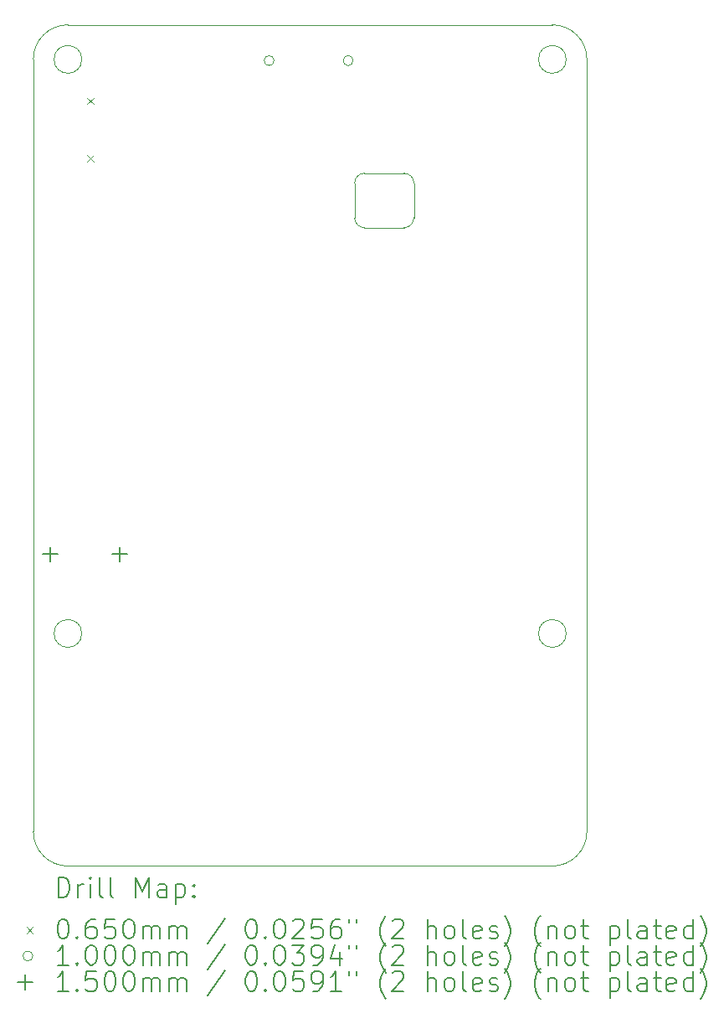
<source format=gbr>
%TF.GenerationSoftware,KiCad,Pcbnew,6.0.11-2627ca5db0~126~ubuntu20.04.1*%
%TF.CreationDate,2024-04-17T12:53:07+05:00*%
%TF.ProjectId,16RPI24,31365250-4932-4342-9e6b-696361645f70,rev?*%
%TF.SameCoordinates,Original*%
%TF.FileFunction,Drillmap*%
%TF.FilePolarity,Positive*%
%FSLAX45Y45*%
G04 Gerber Fmt 4.5, Leading zero omitted, Abs format (unit mm)*
G04 Created by KiCad (PCBNEW 6.0.11-2627ca5db0~126~ubuntu20.04.1) date 2024-04-17 12:53:07*
%MOMM*%
%LPD*%
G01*
G04 APERTURE LIST*
%ADD10C,0.100000*%
%ADD11C,0.200000*%
%ADD12C,0.065000*%
%ADD13C,0.150000*%
G04 APERTURE END LIST*
D10*
X2900000Y-2900000D02*
G75*
G03*
X2550000Y-3250000I0J-350000D01*
G01*
X5900000Y-4400000D02*
G75*
G03*
X5800000Y-4500000I0J-100000D01*
G01*
X2550000Y-11050000D02*
X2550000Y-3250000D01*
X3040000Y-9050000D02*
G75*
G03*
X3040000Y-9050000I-140000J0D01*
G01*
X2550000Y-11050000D02*
G75*
G03*
X2900000Y-11400000I350000J0D01*
G01*
X6400000Y-4500000D02*
G75*
G03*
X6300000Y-4400000I-100000J0D01*
G01*
X8150000Y-3250000D02*
G75*
G03*
X7800000Y-2900000I-350000J0D01*
G01*
X3040000Y-3250000D02*
G75*
G03*
X3040000Y-3250000I-140000J0D01*
G01*
X5800000Y-4850000D02*
G75*
G03*
X5900000Y-4950000I100000J0D01*
G01*
X6400000Y-4850000D02*
X6400000Y-4500000D01*
X7800000Y-11400000D02*
G75*
G03*
X8150000Y-11050000I0J350000D01*
G01*
X5900000Y-4950000D02*
X6300000Y-4950000D01*
X5800000Y-4500000D02*
X5800000Y-4850000D01*
X6300000Y-4400000D02*
X5900000Y-4400000D01*
X6300000Y-4950000D02*
G75*
G03*
X6400000Y-4850000I0J100000D01*
G01*
X7800000Y-11400000D02*
X2900000Y-11400000D01*
X2900000Y-2900000D02*
X7800000Y-2900000D01*
X7940000Y-3250000D02*
G75*
G03*
X7940000Y-3250000I-140000J0D01*
G01*
X7940000Y-9050000D02*
G75*
G03*
X7940000Y-9050000I-140000J0D01*
G01*
X8150000Y-3250000D02*
X8150000Y-11050000D01*
D11*
D12*
X3094000Y-3638500D02*
X3159000Y-3703500D01*
X3159000Y-3638500D02*
X3094000Y-3703500D01*
X3094000Y-4216500D02*
X3159000Y-4281500D01*
X3159000Y-4216500D02*
X3094000Y-4281500D01*
D10*
X4984695Y-3262208D02*
G75*
G03*
X4984695Y-3262208I-50000J0D01*
G01*
X5784695Y-3262208D02*
G75*
G03*
X5784695Y-3262208I-50000J0D01*
G01*
D13*
X2722500Y-8175000D02*
X2722500Y-8325000D01*
X2647500Y-8250000D02*
X2797500Y-8250000D01*
X3422500Y-8175000D02*
X3422500Y-8325000D01*
X3347500Y-8250000D02*
X3497500Y-8250000D01*
D11*
X2802619Y-11715476D02*
X2802619Y-11515476D01*
X2850238Y-11515476D01*
X2878809Y-11525000D01*
X2897857Y-11544048D01*
X2907381Y-11563095D01*
X2916905Y-11601190D01*
X2916905Y-11629762D01*
X2907381Y-11667857D01*
X2897857Y-11686905D01*
X2878809Y-11705952D01*
X2850238Y-11715476D01*
X2802619Y-11715476D01*
X3002619Y-11715476D02*
X3002619Y-11582143D01*
X3002619Y-11620238D02*
X3012143Y-11601190D01*
X3021667Y-11591667D01*
X3040714Y-11582143D01*
X3059762Y-11582143D01*
X3126428Y-11715476D02*
X3126428Y-11582143D01*
X3126428Y-11515476D02*
X3116905Y-11525000D01*
X3126428Y-11534524D01*
X3135952Y-11525000D01*
X3126428Y-11515476D01*
X3126428Y-11534524D01*
X3250238Y-11715476D02*
X3231190Y-11705952D01*
X3221667Y-11686905D01*
X3221667Y-11515476D01*
X3355000Y-11715476D02*
X3335952Y-11705952D01*
X3326428Y-11686905D01*
X3326428Y-11515476D01*
X3583571Y-11715476D02*
X3583571Y-11515476D01*
X3650238Y-11658333D01*
X3716905Y-11515476D01*
X3716905Y-11715476D01*
X3897857Y-11715476D02*
X3897857Y-11610714D01*
X3888333Y-11591667D01*
X3869286Y-11582143D01*
X3831190Y-11582143D01*
X3812143Y-11591667D01*
X3897857Y-11705952D02*
X3878809Y-11715476D01*
X3831190Y-11715476D01*
X3812143Y-11705952D01*
X3802619Y-11686905D01*
X3802619Y-11667857D01*
X3812143Y-11648809D01*
X3831190Y-11639286D01*
X3878809Y-11639286D01*
X3897857Y-11629762D01*
X3993095Y-11582143D02*
X3993095Y-11782143D01*
X3993095Y-11591667D02*
X4012143Y-11582143D01*
X4050238Y-11582143D01*
X4069286Y-11591667D01*
X4078809Y-11601190D01*
X4088333Y-11620238D01*
X4088333Y-11677381D01*
X4078809Y-11696428D01*
X4069286Y-11705952D01*
X4050238Y-11715476D01*
X4012143Y-11715476D01*
X3993095Y-11705952D01*
X4174048Y-11696428D02*
X4183571Y-11705952D01*
X4174048Y-11715476D01*
X4164524Y-11705952D01*
X4174048Y-11696428D01*
X4174048Y-11715476D01*
X4174048Y-11591667D02*
X4183571Y-11601190D01*
X4174048Y-11610714D01*
X4164524Y-11601190D01*
X4174048Y-11591667D01*
X4174048Y-11610714D01*
D12*
X2480000Y-12012500D02*
X2545000Y-12077500D01*
X2545000Y-12012500D02*
X2480000Y-12077500D01*
D11*
X2840714Y-11935476D02*
X2859762Y-11935476D01*
X2878809Y-11945000D01*
X2888333Y-11954524D01*
X2897857Y-11973571D01*
X2907381Y-12011667D01*
X2907381Y-12059286D01*
X2897857Y-12097381D01*
X2888333Y-12116428D01*
X2878809Y-12125952D01*
X2859762Y-12135476D01*
X2840714Y-12135476D01*
X2821667Y-12125952D01*
X2812143Y-12116428D01*
X2802619Y-12097381D01*
X2793095Y-12059286D01*
X2793095Y-12011667D01*
X2802619Y-11973571D01*
X2812143Y-11954524D01*
X2821667Y-11945000D01*
X2840714Y-11935476D01*
X2993095Y-12116428D02*
X3002619Y-12125952D01*
X2993095Y-12135476D01*
X2983571Y-12125952D01*
X2993095Y-12116428D01*
X2993095Y-12135476D01*
X3174048Y-11935476D02*
X3135952Y-11935476D01*
X3116905Y-11945000D01*
X3107381Y-11954524D01*
X3088333Y-11983095D01*
X3078809Y-12021190D01*
X3078809Y-12097381D01*
X3088333Y-12116428D01*
X3097857Y-12125952D01*
X3116905Y-12135476D01*
X3155000Y-12135476D01*
X3174048Y-12125952D01*
X3183571Y-12116428D01*
X3193095Y-12097381D01*
X3193095Y-12049762D01*
X3183571Y-12030714D01*
X3174048Y-12021190D01*
X3155000Y-12011667D01*
X3116905Y-12011667D01*
X3097857Y-12021190D01*
X3088333Y-12030714D01*
X3078809Y-12049762D01*
X3374048Y-11935476D02*
X3278809Y-11935476D01*
X3269286Y-12030714D01*
X3278809Y-12021190D01*
X3297857Y-12011667D01*
X3345476Y-12011667D01*
X3364524Y-12021190D01*
X3374048Y-12030714D01*
X3383571Y-12049762D01*
X3383571Y-12097381D01*
X3374048Y-12116428D01*
X3364524Y-12125952D01*
X3345476Y-12135476D01*
X3297857Y-12135476D01*
X3278809Y-12125952D01*
X3269286Y-12116428D01*
X3507381Y-11935476D02*
X3526428Y-11935476D01*
X3545476Y-11945000D01*
X3555000Y-11954524D01*
X3564524Y-11973571D01*
X3574048Y-12011667D01*
X3574048Y-12059286D01*
X3564524Y-12097381D01*
X3555000Y-12116428D01*
X3545476Y-12125952D01*
X3526428Y-12135476D01*
X3507381Y-12135476D01*
X3488333Y-12125952D01*
X3478809Y-12116428D01*
X3469286Y-12097381D01*
X3459762Y-12059286D01*
X3459762Y-12011667D01*
X3469286Y-11973571D01*
X3478809Y-11954524D01*
X3488333Y-11945000D01*
X3507381Y-11935476D01*
X3659762Y-12135476D02*
X3659762Y-12002143D01*
X3659762Y-12021190D02*
X3669286Y-12011667D01*
X3688333Y-12002143D01*
X3716905Y-12002143D01*
X3735952Y-12011667D01*
X3745476Y-12030714D01*
X3745476Y-12135476D01*
X3745476Y-12030714D02*
X3755000Y-12011667D01*
X3774048Y-12002143D01*
X3802619Y-12002143D01*
X3821667Y-12011667D01*
X3831190Y-12030714D01*
X3831190Y-12135476D01*
X3926428Y-12135476D02*
X3926428Y-12002143D01*
X3926428Y-12021190D02*
X3935952Y-12011667D01*
X3955000Y-12002143D01*
X3983571Y-12002143D01*
X4002619Y-12011667D01*
X4012143Y-12030714D01*
X4012143Y-12135476D01*
X4012143Y-12030714D02*
X4021667Y-12011667D01*
X4040714Y-12002143D01*
X4069286Y-12002143D01*
X4088333Y-12011667D01*
X4097857Y-12030714D01*
X4097857Y-12135476D01*
X4488333Y-11925952D02*
X4316905Y-12183095D01*
X4745476Y-11935476D02*
X4764524Y-11935476D01*
X4783571Y-11945000D01*
X4793095Y-11954524D01*
X4802619Y-11973571D01*
X4812143Y-12011667D01*
X4812143Y-12059286D01*
X4802619Y-12097381D01*
X4793095Y-12116428D01*
X4783571Y-12125952D01*
X4764524Y-12135476D01*
X4745476Y-12135476D01*
X4726429Y-12125952D01*
X4716905Y-12116428D01*
X4707381Y-12097381D01*
X4697857Y-12059286D01*
X4697857Y-12011667D01*
X4707381Y-11973571D01*
X4716905Y-11954524D01*
X4726429Y-11945000D01*
X4745476Y-11935476D01*
X4897857Y-12116428D02*
X4907381Y-12125952D01*
X4897857Y-12135476D01*
X4888333Y-12125952D01*
X4897857Y-12116428D01*
X4897857Y-12135476D01*
X5031190Y-11935476D02*
X5050238Y-11935476D01*
X5069286Y-11945000D01*
X5078810Y-11954524D01*
X5088333Y-11973571D01*
X5097857Y-12011667D01*
X5097857Y-12059286D01*
X5088333Y-12097381D01*
X5078810Y-12116428D01*
X5069286Y-12125952D01*
X5050238Y-12135476D01*
X5031190Y-12135476D01*
X5012143Y-12125952D01*
X5002619Y-12116428D01*
X4993095Y-12097381D01*
X4983571Y-12059286D01*
X4983571Y-12011667D01*
X4993095Y-11973571D01*
X5002619Y-11954524D01*
X5012143Y-11945000D01*
X5031190Y-11935476D01*
X5174048Y-11954524D02*
X5183571Y-11945000D01*
X5202619Y-11935476D01*
X5250238Y-11935476D01*
X5269286Y-11945000D01*
X5278810Y-11954524D01*
X5288333Y-11973571D01*
X5288333Y-11992619D01*
X5278810Y-12021190D01*
X5164524Y-12135476D01*
X5288333Y-12135476D01*
X5469286Y-11935476D02*
X5374048Y-11935476D01*
X5364524Y-12030714D01*
X5374048Y-12021190D01*
X5393095Y-12011667D01*
X5440714Y-12011667D01*
X5459762Y-12021190D01*
X5469286Y-12030714D01*
X5478810Y-12049762D01*
X5478810Y-12097381D01*
X5469286Y-12116428D01*
X5459762Y-12125952D01*
X5440714Y-12135476D01*
X5393095Y-12135476D01*
X5374048Y-12125952D01*
X5364524Y-12116428D01*
X5650238Y-11935476D02*
X5612143Y-11935476D01*
X5593095Y-11945000D01*
X5583571Y-11954524D01*
X5564524Y-11983095D01*
X5555000Y-12021190D01*
X5555000Y-12097381D01*
X5564524Y-12116428D01*
X5574048Y-12125952D01*
X5593095Y-12135476D01*
X5631190Y-12135476D01*
X5650238Y-12125952D01*
X5659762Y-12116428D01*
X5669286Y-12097381D01*
X5669286Y-12049762D01*
X5659762Y-12030714D01*
X5650238Y-12021190D01*
X5631190Y-12011667D01*
X5593095Y-12011667D01*
X5574048Y-12021190D01*
X5564524Y-12030714D01*
X5555000Y-12049762D01*
X5745476Y-11935476D02*
X5745476Y-11973571D01*
X5821667Y-11935476D02*
X5821667Y-11973571D01*
X6116905Y-12211667D02*
X6107381Y-12202143D01*
X6088333Y-12173571D01*
X6078809Y-12154524D01*
X6069286Y-12125952D01*
X6059762Y-12078333D01*
X6059762Y-12040238D01*
X6069286Y-11992619D01*
X6078809Y-11964048D01*
X6088333Y-11945000D01*
X6107381Y-11916428D01*
X6116905Y-11906905D01*
X6183571Y-11954524D02*
X6193095Y-11945000D01*
X6212143Y-11935476D01*
X6259762Y-11935476D01*
X6278809Y-11945000D01*
X6288333Y-11954524D01*
X6297857Y-11973571D01*
X6297857Y-11992619D01*
X6288333Y-12021190D01*
X6174048Y-12135476D01*
X6297857Y-12135476D01*
X6535952Y-12135476D02*
X6535952Y-11935476D01*
X6621667Y-12135476D02*
X6621667Y-12030714D01*
X6612143Y-12011667D01*
X6593095Y-12002143D01*
X6564524Y-12002143D01*
X6545476Y-12011667D01*
X6535952Y-12021190D01*
X6745476Y-12135476D02*
X6726428Y-12125952D01*
X6716905Y-12116428D01*
X6707381Y-12097381D01*
X6707381Y-12040238D01*
X6716905Y-12021190D01*
X6726428Y-12011667D01*
X6745476Y-12002143D01*
X6774048Y-12002143D01*
X6793095Y-12011667D01*
X6802619Y-12021190D01*
X6812143Y-12040238D01*
X6812143Y-12097381D01*
X6802619Y-12116428D01*
X6793095Y-12125952D01*
X6774048Y-12135476D01*
X6745476Y-12135476D01*
X6926428Y-12135476D02*
X6907381Y-12125952D01*
X6897857Y-12106905D01*
X6897857Y-11935476D01*
X7078809Y-12125952D02*
X7059762Y-12135476D01*
X7021667Y-12135476D01*
X7002619Y-12125952D01*
X6993095Y-12106905D01*
X6993095Y-12030714D01*
X7002619Y-12011667D01*
X7021667Y-12002143D01*
X7059762Y-12002143D01*
X7078809Y-12011667D01*
X7088333Y-12030714D01*
X7088333Y-12049762D01*
X6993095Y-12068809D01*
X7164524Y-12125952D02*
X7183571Y-12135476D01*
X7221667Y-12135476D01*
X7240714Y-12125952D01*
X7250238Y-12106905D01*
X7250238Y-12097381D01*
X7240714Y-12078333D01*
X7221667Y-12068809D01*
X7193095Y-12068809D01*
X7174048Y-12059286D01*
X7164524Y-12040238D01*
X7164524Y-12030714D01*
X7174048Y-12011667D01*
X7193095Y-12002143D01*
X7221667Y-12002143D01*
X7240714Y-12011667D01*
X7316905Y-12211667D02*
X7326428Y-12202143D01*
X7345476Y-12173571D01*
X7355000Y-12154524D01*
X7364524Y-12125952D01*
X7374048Y-12078333D01*
X7374048Y-12040238D01*
X7364524Y-11992619D01*
X7355000Y-11964048D01*
X7345476Y-11945000D01*
X7326428Y-11916428D01*
X7316905Y-11906905D01*
X7678809Y-12211667D02*
X7669286Y-12202143D01*
X7650238Y-12173571D01*
X7640714Y-12154524D01*
X7631190Y-12125952D01*
X7621667Y-12078333D01*
X7621667Y-12040238D01*
X7631190Y-11992619D01*
X7640714Y-11964048D01*
X7650238Y-11945000D01*
X7669286Y-11916428D01*
X7678809Y-11906905D01*
X7755000Y-12002143D02*
X7755000Y-12135476D01*
X7755000Y-12021190D02*
X7764524Y-12011667D01*
X7783571Y-12002143D01*
X7812143Y-12002143D01*
X7831190Y-12011667D01*
X7840714Y-12030714D01*
X7840714Y-12135476D01*
X7964524Y-12135476D02*
X7945476Y-12125952D01*
X7935952Y-12116428D01*
X7926428Y-12097381D01*
X7926428Y-12040238D01*
X7935952Y-12021190D01*
X7945476Y-12011667D01*
X7964524Y-12002143D01*
X7993095Y-12002143D01*
X8012143Y-12011667D01*
X8021667Y-12021190D01*
X8031190Y-12040238D01*
X8031190Y-12097381D01*
X8021667Y-12116428D01*
X8012143Y-12125952D01*
X7993095Y-12135476D01*
X7964524Y-12135476D01*
X8088333Y-12002143D02*
X8164524Y-12002143D01*
X8116905Y-11935476D02*
X8116905Y-12106905D01*
X8126428Y-12125952D01*
X8145476Y-12135476D01*
X8164524Y-12135476D01*
X8383571Y-12002143D02*
X8383571Y-12202143D01*
X8383571Y-12011667D02*
X8402619Y-12002143D01*
X8440714Y-12002143D01*
X8459762Y-12011667D01*
X8469286Y-12021190D01*
X8478810Y-12040238D01*
X8478810Y-12097381D01*
X8469286Y-12116428D01*
X8459762Y-12125952D01*
X8440714Y-12135476D01*
X8402619Y-12135476D01*
X8383571Y-12125952D01*
X8593095Y-12135476D02*
X8574048Y-12125952D01*
X8564524Y-12106905D01*
X8564524Y-11935476D01*
X8755000Y-12135476D02*
X8755000Y-12030714D01*
X8745476Y-12011667D01*
X8726429Y-12002143D01*
X8688333Y-12002143D01*
X8669286Y-12011667D01*
X8755000Y-12125952D02*
X8735952Y-12135476D01*
X8688333Y-12135476D01*
X8669286Y-12125952D01*
X8659762Y-12106905D01*
X8659762Y-12087857D01*
X8669286Y-12068809D01*
X8688333Y-12059286D01*
X8735952Y-12059286D01*
X8755000Y-12049762D01*
X8821667Y-12002143D02*
X8897857Y-12002143D01*
X8850238Y-11935476D02*
X8850238Y-12106905D01*
X8859762Y-12125952D01*
X8878810Y-12135476D01*
X8897857Y-12135476D01*
X9040714Y-12125952D02*
X9021667Y-12135476D01*
X8983571Y-12135476D01*
X8964524Y-12125952D01*
X8955000Y-12106905D01*
X8955000Y-12030714D01*
X8964524Y-12011667D01*
X8983571Y-12002143D01*
X9021667Y-12002143D01*
X9040714Y-12011667D01*
X9050238Y-12030714D01*
X9050238Y-12049762D01*
X8955000Y-12068809D01*
X9221667Y-12135476D02*
X9221667Y-11935476D01*
X9221667Y-12125952D02*
X9202619Y-12135476D01*
X9164524Y-12135476D01*
X9145476Y-12125952D01*
X9135952Y-12116428D01*
X9126429Y-12097381D01*
X9126429Y-12040238D01*
X9135952Y-12021190D01*
X9145476Y-12011667D01*
X9164524Y-12002143D01*
X9202619Y-12002143D01*
X9221667Y-12011667D01*
X9297857Y-12211667D02*
X9307381Y-12202143D01*
X9326429Y-12173571D01*
X9335952Y-12154524D01*
X9345476Y-12125952D01*
X9355000Y-12078333D01*
X9355000Y-12040238D01*
X9345476Y-11992619D01*
X9335952Y-11964048D01*
X9326429Y-11945000D01*
X9307381Y-11916428D01*
X9297857Y-11906905D01*
D10*
X2545000Y-12309000D02*
G75*
G03*
X2545000Y-12309000I-50000J0D01*
G01*
D11*
X2907381Y-12399476D02*
X2793095Y-12399476D01*
X2850238Y-12399476D02*
X2850238Y-12199476D01*
X2831190Y-12228048D01*
X2812143Y-12247095D01*
X2793095Y-12256619D01*
X2993095Y-12380428D02*
X3002619Y-12389952D01*
X2993095Y-12399476D01*
X2983571Y-12389952D01*
X2993095Y-12380428D01*
X2993095Y-12399476D01*
X3126428Y-12199476D02*
X3145476Y-12199476D01*
X3164524Y-12209000D01*
X3174048Y-12218524D01*
X3183571Y-12237571D01*
X3193095Y-12275667D01*
X3193095Y-12323286D01*
X3183571Y-12361381D01*
X3174048Y-12380428D01*
X3164524Y-12389952D01*
X3145476Y-12399476D01*
X3126428Y-12399476D01*
X3107381Y-12389952D01*
X3097857Y-12380428D01*
X3088333Y-12361381D01*
X3078809Y-12323286D01*
X3078809Y-12275667D01*
X3088333Y-12237571D01*
X3097857Y-12218524D01*
X3107381Y-12209000D01*
X3126428Y-12199476D01*
X3316905Y-12199476D02*
X3335952Y-12199476D01*
X3355000Y-12209000D01*
X3364524Y-12218524D01*
X3374048Y-12237571D01*
X3383571Y-12275667D01*
X3383571Y-12323286D01*
X3374048Y-12361381D01*
X3364524Y-12380428D01*
X3355000Y-12389952D01*
X3335952Y-12399476D01*
X3316905Y-12399476D01*
X3297857Y-12389952D01*
X3288333Y-12380428D01*
X3278809Y-12361381D01*
X3269286Y-12323286D01*
X3269286Y-12275667D01*
X3278809Y-12237571D01*
X3288333Y-12218524D01*
X3297857Y-12209000D01*
X3316905Y-12199476D01*
X3507381Y-12199476D02*
X3526428Y-12199476D01*
X3545476Y-12209000D01*
X3555000Y-12218524D01*
X3564524Y-12237571D01*
X3574048Y-12275667D01*
X3574048Y-12323286D01*
X3564524Y-12361381D01*
X3555000Y-12380428D01*
X3545476Y-12389952D01*
X3526428Y-12399476D01*
X3507381Y-12399476D01*
X3488333Y-12389952D01*
X3478809Y-12380428D01*
X3469286Y-12361381D01*
X3459762Y-12323286D01*
X3459762Y-12275667D01*
X3469286Y-12237571D01*
X3478809Y-12218524D01*
X3488333Y-12209000D01*
X3507381Y-12199476D01*
X3659762Y-12399476D02*
X3659762Y-12266143D01*
X3659762Y-12285190D02*
X3669286Y-12275667D01*
X3688333Y-12266143D01*
X3716905Y-12266143D01*
X3735952Y-12275667D01*
X3745476Y-12294714D01*
X3745476Y-12399476D01*
X3745476Y-12294714D02*
X3755000Y-12275667D01*
X3774048Y-12266143D01*
X3802619Y-12266143D01*
X3821667Y-12275667D01*
X3831190Y-12294714D01*
X3831190Y-12399476D01*
X3926428Y-12399476D02*
X3926428Y-12266143D01*
X3926428Y-12285190D02*
X3935952Y-12275667D01*
X3955000Y-12266143D01*
X3983571Y-12266143D01*
X4002619Y-12275667D01*
X4012143Y-12294714D01*
X4012143Y-12399476D01*
X4012143Y-12294714D02*
X4021667Y-12275667D01*
X4040714Y-12266143D01*
X4069286Y-12266143D01*
X4088333Y-12275667D01*
X4097857Y-12294714D01*
X4097857Y-12399476D01*
X4488333Y-12189952D02*
X4316905Y-12447095D01*
X4745476Y-12199476D02*
X4764524Y-12199476D01*
X4783571Y-12209000D01*
X4793095Y-12218524D01*
X4802619Y-12237571D01*
X4812143Y-12275667D01*
X4812143Y-12323286D01*
X4802619Y-12361381D01*
X4793095Y-12380428D01*
X4783571Y-12389952D01*
X4764524Y-12399476D01*
X4745476Y-12399476D01*
X4726429Y-12389952D01*
X4716905Y-12380428D01*
X4707381Y-12361381D01*
X4697857Y-12323286D01*
X4697857Y-12275667D01*
X4707381Y-12237571D01*
X4716905Y-12218524D01*
X4726429Y-12209000D01*
X4745476Y-12199476D01*
X4897857Y-12380428D02*
X4907381Y-12389952D01*
X4897857Y-12399476D01*
X4888333Y-12389952D01*
X4897857Y-12380428D01*
X4897857Y-12399476D01*
X5031190Y-12199476D02*
X5050238Y-12199476D01*
X5069286Y-12209000D01*
X5078810Y-12218524D01*
X5088333Y-12237571D01*
X5097857Y-12275667D01*
X5097857Y-12323286D01*
X5088333Y-12361381D01*
X5078810Y-12380428D01*
X5069286Y-12389952D01*
X5050238Y-12399476D01*
X5031190Y-12399476D01*
X5012143Y-12389952D01*
X5002619Y-12380428D01*
X4993095Y-12361381D01*
X4983571Y-12323286D01*
X4983571Y-12275667D01*
X4993095Y-12237571D01*
X5002619Y-12218524D01*
X5012143Y-12209000D01*
X5031190Y-12199476D01*
X5164524Y-12199476D02*
X5288333Y-12199476D01*
X5221667Y-12275667D01*
X5250238Y-12275667D01*
X5269286Y-12285190D01*
X5278810Y-12294714D01*
X5288333Y-12313762D01*
X5288333Y-12361381D01*
X5278810Y-12380428D01*
X5269286Y-12389952D01*
X5250238Y-12399476D01*
X5193095Y-12399476D01*
X5174048Y-12389952D01*
X5164524Y-12380428D01*
X5383571Y-12399476D02*
X5421667Y-12399476D01*
X5440714Y-12389952D01*
X5450238Y-12380428D01*
X5469286Y-12351857D01*
X5478810Y-12313762D01*
X5478810Y-12237571D01*
X5469286Y-12218524D01*
X5459762Y-12209000D01*
X5440714Y-12199476D01*
X5402619Y-12199476D01*
X5383571Y-12209000D01*
X5374048Y-12218524D01*
X5364524Y-12237571D01*
X5364524Y-12285190D01*
X5374048Y-12304238D01*
X5383571Y-12313762D01*
X5402619Y-12323286D01*
X5440714Y-12323286D01*
X5459762Y-12313762D01*
X5469286Y-12304238D01*
X5478810Y-12285190D01*
X5650238Y-12266143D02*
X5650238Y-12399476D01*
X5602619Y-12189952D02*
X5555000Y-12332809D01*
X5678809Y-12332809D01*
X5745476Y-12199476D02*
X5745476Y-12237571D01*
X5821667Y-12199476D02*
X5821667Y-12237571D01*
X6116905Y-12475667D02*
X6107381Y-12466143D01*
X6088333Y-12437571D01*
X6078809Y-12418524D01*
X6069286Y-12389952D01*
X6059762Y-12342333D01*
X6059762Y-12304238D01*
X6069286Y-12256619D01*
X6078809Y-12228048D01*
X6088333Y-12209000D01*
X6107381Y-12180428D01*
X6116905Y-12170905D01*
X6183571Y-12218524D02*
X6193095Y-12209000D01*
X6212143Y-12199476D01*
X6259762Y-12199476D01*
X6278809Y-12209000D01*
X6288333Y-12218524D01*
X6297857Y-12237571D01*
X6297857Y-12256619D01*
X6288333Y-12285190D01*
X6174048Y-12399476D01*
X6297857Y-12399476D01*
X6535952Y-12399476D02*
X6535952Y-12199476D01*
X6621667Y-12399476D02*
X6621667Y-12294714D01*
X6612143Y-12275667D01*
X6593095Y-12266143D01*
X6564524Y-12266143D01*
X6545476Y-12275667D01*
X6535952Y-12285190D01*
X6745476Y-12399476D02*
X6726428Y-12389952D01*
X6716905Y-12380428D01*
X6707381Y-12361381D01*
X6707381Y-12304238D01*
X6716905Y-12285190D01*
X6726428Y-12275667D01*
X6745476Y-12266143D01*
X6774048Y-12266143D01*
X6793095Y-12275667D01*
X6802619Y-12285190D01*
X6812143Y-12304238D01*
X6812143Y-12361381D01*
X6802619Y-12380428D01*
X6793095Y-12389952D01*
X6774048Y-12399476D01*
X6745476Y-12399476D01*
X6926428Y-12399476D02*
X6907381Y-12389952D01*
X6897857Y-12370905D01*
X6897857Y-12199476D01*
X7078809Y-12389952D02*
X7059762Y-12399476D01*
X7021667Y-12399476D01*
X7002619Y-12389952D01*
X6993095Y-12370905D01*
X6993095Y-12294714D01*
X7002619Y-12275667D01*
X7021667Y-12266143D01*
X7059762Y-12266143D01*
X7078809Y-12275667D01*
X7088333Y-12294714D01*
X7088333Y-12313762D01*
X6993095Y-12332809D01*
X7164524Y-12389952D02*
X7183571Y-12399476D01*
X7221667Y-12399476D01*
X7240714Y-12389952D01*
X7250238Y-12370905D01*
X7250238Y-12361381D01*
X7240714Y-12342333D01*
X7221667Y-12332809D01*
X7193095Y-12332809D01*
X7174048Y-12323286D01*
X7164524Y-12304238D01*
X7164524Y-12294714D01*
X7174048Y-12275667D01*
X7193095Y-12266143D01*
X7221667Y-12266143D01*
X7240714Y-12275667D01*
X7316905Y-12475667D02*
X7326428Y-12466143D01*
X7345476Y-12437571D01*
X7355000Y-12418524D01*
X7364524Y-12389952D01*
X7374048Y-12342333D01*
X7374048Y-12304238D01*
X7364524Y-12256619D01*
X7355000Y-12228048D01*
X7345476Y-12209000D01*
X7326428Y-12180428D01*
X7316905Y-12170905D01*
X7678809Y-12475667D02*
X7669286Y-12466143D01*
X7650238Y-12437571D01*
X7640714Y-12418524D01*
X7631190Y-12389952D01*
X7621667Y-12342333D01*
X7621667Y-12304238D01*
X7631190Y-12256619D01*
X7640714Y-12228048D01*
X7650238Y-12209000D01*
X7669286Y-12180428D01*
X7678809Y-12170905D01*
X7755000Y-12266143D02*
X7755000Y-12399476D01*
X7755000Y-12285190D02*
X7764524Y-12275667D01*
X7783571Y-12266143D01*
X7812143Y-12266143D01*
X7831190Y-12275667D01*
X7840714Y-12294714D01*
X7840714Y-12399476D01*
X7964524Y-12399476D02*
X7945476Y-12389952D01*
X7935952Y-12380428D01*
X7926428Y-12361381D01*
X7926428Y-12304238D01*
X7935952Y-12285190D01*
X7945476Y-12275667D01*
X7964524Y-12266143D01*
X7993095Y-12266143D01*
X8012143Y-12275667D01*
X8021667Y-12285190D01*
X8031190Y-12304238D01*
X8031190Y-12361381D01*
X8021667Y-12380428D01*
X8012143Y-12389952D01*
X7993095Y-12399476D01*
X7964524Y-12399476D01*
X8088333Y-12266143D02*
X8164524Y-12266143D01*
X8116905Y-12199476D02*
X8116905Y-12370905D01*
X8126428Y-12389952D01*
X8145476Y-12399476D01*
X8164524Y-12399476D01*
X8383571Y-12266143D02*
X8383571Y-12466143D01*
X8383571Y-12275667D02*
X8402619Y-12266143D01*
X8440714Y-12266143D01*
X8459762Y-12275667D01*
X8469286Y-12285190D01*
X8478810Y-12304238D01*
X8478810Y-12361381D01*
X8469286Y-12380428D01*
X8459762Y-12389952D01*
X8440714Y-12399476D01*
X8402619Y-12399476D01*
X8383571Y-12389952D01*
X8593095Y-12399476D02*
X8574048Y-12389952D01*
X8564524Y-12370905D01*
X8564524Y-12199476D01*
X8755000Y-12399476D02*
X8755000Y-12294714D01*
X8745476Y-12275667D01*
X8726429Y-12266143D01*
X8688333Y-12266143D01*
X8669286Y-12275667D01*
X8755000Y-12389952D02*
X8735952Y-12399476D01*
X8688333Y-12399476D01*
X8669286Y-12389952D01*
X8659762Y-12370905D01*
X8659762Y-12351857D01*
X8669286Y-12332809D01*
X8688333Y-12323286D01*
X8735952Y-12323286D01*
X8755000Y-12313762D01*
X8821667Y-12266143D02*
X8897857Y-12266143D01*
X8850238Y-12199476D02*
X8850238Y-12370905D01*
X8859762Y-12389952D01*
X8878810Y-12399476D01*
X8897857Y-12399476D01*
X9040714Y-12389952D02*
X9021667Y-12399476D01*
X8983571Y-12399476D01*
X8964524Y-12389952D01*
X8955000Y-12370905D01*
X8955000Y-12294714D01*
X8964524Y-12275667D01*
X8983571Y-12266143D01*
X9021667Y-12266143D01*
X9040714Y-12275667D01*
X9050238Y-12294714D01*
X9050238Y-12313762D01*
X8955000Y-12332809D01*
X9221667Y-12399476D02*
X9221667Y-12199476D01*
X9221667Y-12389952D02*
X9202619Y-12399476D01*
X9164524Y-12399476D01*
X9145476Y-12389952D01*
X9135952Y-12380428D01*
X9126429Y-12361381D01*
X9126429Y-12304238D01*
X9135952Y-12285190D01*
X9145476Y-12275667D01*
X9164524Y-12266143D01*
X9202619Y-12266143D01*
X9221667Y-12275667D01*
X9297857Y-12475667D02*
X9307381Y-12466143D01*
X9326429Y-12437571D01*
X9335952Y-12418524D01*
X9345476Y-12389952D01*
X9355000Y-12342333D01*
X9355000Y-12304238D01*
X9345476Y-12256619D01*
X9335952Y-12228048D01*
X9326429Y-12209000D01*
X9307381Y-12180428D01*
X9297857Y-12170905D01*
D13*
X2470000Y-12498000D02*
X2470000Y-12648000D01*
X2395000Y-12573000D02*
X2545000Y-12573000D01*
D11*
X2907381Y-12663476D02*
X2793095Y-12663476D01*
X2850238Y-12663476D02*
X2850238Y-12463476D01*
X2831190Y-12492048D01*
X2812143Y-12511095D01*
X2793095Y-12520619D01*
X2993095Y-12644428D02*
X3002619Y-12653952D01*
X2993095Y-12663476D01*
X2983571Y-12653952D01*
X2993095Y-12644428D01*
X2993095Y-12663476D01*
X3183571Y-12463476D02*
X3088333Y-12463476D01*
X3078809Y-12558714D01*
X3088333Y-12549190D01*
X3107381Y-12539667D01*
X3155000Y-12539667D01*
X3174048Y-12549190D01*
X3183571Y-12558714D01*
X3193095Y-12577762D01*
X3193095Y-12625381D01*
X3183571Y-12644428D01*
X3174048Y-12653952D01*
X3155000Y-12663476D01*
X3107381Y-12663476D01*
X3088333Y-12653952D01*
X3078809Y-12644428D01*
X3316905Y-12463476D02*
X3335952Y-12463476D01*
X3355000Y-12473000D01*
X3364524Y-12482524D01*
X3374048Y-12501571D01*
X3383571Y-12539667D01*
X3383571Y-12587286D01*
X3374048Y-12625381D01*
X3364524Y-12644428D01*
X3355000Y-12653952D01*
X3335952Y-12663476D01*
X3316905Y-12663476D01*
X3297857Y-12653952D01*
X3288333Y-12644428D01*
X3278809Y-12625381D01*
X3269286Y-12587286D01*
X3269286Y-12539667D01*
X3278809Y-12501571D01*
X3288333Y-12482524D01*
X3297857Y-12473000D01*
X3316905Y-12463476D01*
X3507381Y-12463476D02*
X3526428Y-12463476D01*
X3545476Y-12473000D01*
X3555000Y-12482524D01*
X3564524Y-12501571D01*
X3574048Y-12539667D01*
X3574048Y-12587286D01*
X3564524Y-12625381D01*
X3555000Y-12644428D01*
X3545476Y-12653952D01*
X3526428Y-12663476D01*
X3507381Y-12663476D01*
X3488333Y-12653952D01*
X3478809Y-12644428D01*
X3469286Y-12625381D01*
X3459762Y-12587286D01*
X3459762Y-12539667D01*
X3469286Y-12501571D01*
X3478809Y-12482524D01*
X3488333Y-12473000D01*
X3507381Y-12463476D01*
X3659762Y-12663476D02*
X3659762Y-12530143D01*
X3659762Y-12549190D02*
X3669286Y-12539667D01*
X3688333Y-12530143D01*
X3716905Y-12530143D01*
X3735952Y-12539667D01*
X3745476Y-12558714D01*
X3745476Y-12663476D01*
X3745476Y-12558714D02*
X3755000Y-12539667D01*
X3774048Y-12530143D01*
X3802619Y-12530143D01*
X3821667Y-12539667D01*
X3831190Y-12558714D01*
X3831190Y-12663476D01*
X3926428Y-12663476D02*
X3926428Y-12530143D01*
X3926428Y-12549190D02*
X3935952Y-12539667D01*
X3955000Y-12530143D01*
X3983571Y-12530143D01*
X4002619Y-12539667D01*
X4012143Y-12558714D01*
X4012143Y-12663476D01*
X4012143Y-12558714D02*
X4021667Y-12539667D01*
X4040714Y-12530143D01*
X4069286Y-12530143D01*
X4088333Y-12539667D01*
X4097857Y-12558714D01*
X4097857Y-12663476D01*
X4488333Y-12453952D02*
X4316905Y-12711095D01*
X4745476Y-12463476D02*
X4764524Y-12463476D01*
X4783571Y-12473000D01*
X4793095Y-12482524D01*
X4802619Y-12501571D01*
X4812143Y-12539667D01*
X4812143Y-12587286D01*
X4802619Y-12625381D01*
X4793095Y-12644428D01*
X4783571Y-12653952D01*
X4764524Y-12663476D01*
X4745476Y-12663476D01*
X4726429Y-12653952D01*
X4716905Y-12644428D01*
X4707381Y-12625381D01*
X4697857Y-12587286D01*
X4697857Y-12539667D01*
X4707381Y-12501571D01*
X4716905Y-12482524D01*
X4726429Y-12473000D01*
X4745476Y-12463476D01*
X4897857Y-12644428D02*
X4907381Y-12653952D01*
X4897857Y-12663476D01*
X4888333Y-12653952D01*
X4897857Y-12644428D01*
X4897857Y-12663476D01*
X5031190Y-12463476D02*
X5050238Y-12463476D01*
X5069286Y-12473000D01*
X5078810Y-12482524D01*
X5088333Y-12501571D01*
X5097857Y-12539667D01*
X5097857Y-12587286D01*
X5088333Y-12625381D01*
X5078810Y-12644428D01*
X5069286Y-12653952D01*
X5050238Y-12663476D01*
X5031190Y-12663476D01*
X5012143Y-12653952D01*
X5002619Y-12644428D01*
X4993095Y-12625381D01*
X4983571Y-12587286D01*
X4983571Y-12539667D01*
X4993095Y-12501571D01*
X5002619Y-12482524D01*
X5012143Y-12473000D01*
X5031190Y-12463476D01*
X5278810Y-12463476D02*
X5183571Y-12463476D01*
X5174048Y-12558714D01*
X5183571Y-12549190D01*
X5202619Y-12539667D01*
X5250238Y-12539667D01*
X5269286Y-12549190D01*
X5278810Y-12558714D01*
X5288333Y-12577762D01*
X5288333Y-12625381D01*
X5278810Y-12644428D01*
X5269286Y-12653952D01*
X5250238Y-12663476D01*
X5202619Y-12663476D01*
X5183571Y-12653952D01*
X5174048Y-12644428D01*
X5383571Y-12663476D02*
X5421667Y-12663476D01*
X5440714Y-12653952D01*
X5450238Y-12644428D01*
X5469286Y-12615857D01*
X5478810Y-12577762D01*
X5478810Y-12501571D01*
X5469286Y-12482524D01*
X5459762Y-12473000D01*
X5440714Y-12463476D01*
X5402619Y-12463476D01*
X5383571Y-12473000D01*
X5374048Y-12482524D01*
X5364524Y-12501571D01*
X5364524Y-12549190D01*
X5374048Y-12568238D01*
X5383571Y-12577762D01*
X5402619Y-12587286D01*
X5440714Y-12587286D01*
X5459762Y-12577762D01*
X5469286Y-12568238D01*
X5478810Y-12549190D01*
X5669286Y-12663476D02*
X5555000Y-12663476D01*
X5612143Y-12663476D02*
X5612143Y-12463476D01*
X5593095Y-12492048D01*
X5574048Y-12511095D01*
X5555000Y-12520619D01*
X5745476Y-12463476D02*
X5745476Y-12501571D01*
X5821667Y-12463476D02*
X5821667Y-12501571D01*
X6116905Y-12739667D02*
X6107381Y-12730143D01*
X6088333Y-12701571D01*
X6078809Y-12682524D01*
X6069286Y-12653952D01*
X6059762Y-12606333D01*
X6059762Y-12568238D01*
X6069286Y-12520619D01*
X6078809Y-12492048D01*
X6088333Y-12473000D01*
X6107381Y-12444428D01*
X6116905Y-12434905D01*
X6183571Y-12482524D02*
X6193095Y-12473000D01*
X6212143Y-12463476D01*
X6259762Y-12463476D01*
X6278809Y-12473000D01*
X6288333Y-12482524D01*
X6297857Y-12501571D01*
X6297857Y-12520619D01*
X6288333Y-12549190D01*
X6174048Y-12663476D01*
X6297857Y-12663476D01*
X6535952Y-12663476D02*
X6535952Y-12463476D01*
X6621667Y-12663476D02*
X6621667Y-12558714D01*
X6612143Y-12539667D01*
X6593095Y-12530143D01*
X6564524Y-12530143D01*
X6545476Y-12539667D01*
X6535952Y-12549190D01*
X6745476Y-12663476D02*
X6726428Y-12653952D01*
X6716905Y-12644428D01*
X6707381Y-12625381D01*
X6707381Y-12568238D01*
X6716905Y-12549190D01*
X6726428Y-12539667D01*
X6745476Y-12530143D01*
X6774048Y-12530143D01*
X6793095Y-12539667D01*
X6802619Y-12549190D01*
X6812143Y-12568238D01*
X6812143Y-12625381D01*
X6802619Y-12644428D01*
X6793095Y-12653952D01*
X6774048Y-12663476D01*
X6745476Y-12663476D01*
X6926428Y-12663476D02*
X6907381Y-12653952D01*
X6897857Y-12634905D01*
X6897857Y-12463476D01*
X7078809Y-12653952D02*
X7059762Y-12663476D01*
X7021667Y-12663476D01*
X7002619Y-12653952D01*
X6993095Y-12634905D01*
X6993095Y-12558714D01*
X7002619Y-12539667D01*
X7021667Y-12530143D01*
X7059762Y-12530143D01*
X7078809Y-12539667D01*
X7088333Y-12558714D01*
X7088333Y-12577762D01*
X6993095Y-12596809D01*
X7164524Y-12653952D02*
X7183571Y-12663476D01*
X7221667Y-12663476D01*
X7240714Y-12653952D01*
X7250238Y-12634905D01*
X7250238Y-12625381D01*
X7240714Y-12606333D01*
X7221667Y-12596809D01*
X7193095Y-12596809D01*
X7174048Y-12587286D01*
X7164524Y-12568238D01*
X7164524Y-12558714D01*
X7174048Y-12539667D01*
X7193095Y-12530143D01*
X7221667Y-12530143D01*
X7240714Y-12539667D01*
X7316905Y-12739667D02*
X7326428Y-12730143D01*
X7345476Y-12701571D01*
X7355000Y-12682524D01*
X7364524Y-12653952D01*
X7374048Y-12606333D01*
X7374048Y-12568238D01*
X7364524Y-12520619D01*
X7355000Y-12492048D01*
X7345476Y-12473000D01*
X7326428Y-12444428D01*
X7316905Y-12434905D01*
X7678809Y-12739667D02*
X7669286Y-12730143D01*
X7650238Y-12701571D01*
X7640714Y-12682524D01*
X7631190Y-12653952D01*
X7621667Y-12606333D01*
X7621667Y-12568238D01*
X7631190Y-12520619D01*
X7640714Y-12492048D01*
X7650238Y-12473000D01*
X7669286Y-12444428D01*
X7678809Y-12434905D01*
X7755000Y-12530143D02*
X7755000Y-12663476D01*
X7755000Y-12549190D02*
X7764524Y-12539667D01*
X7783571Y-12530143D01*
X7812143Y-12530143D01*
X7831190Y-12539667D01*
X7840714Y-12558714D01*
X7840714Y-12663476D01*
X7964524Y-12663476D02*
X7945476Y-12653952D01*
X7935952Y-12644428D01*
X7926428Y-12625381D01*
X7926428Y-12568238D01*
X7935952Y-12549190D01*
X7945476Y-12539667D01*
X7964524Y-12530143D01*
X7993095Y-12530143D01*
X8012143Y-12539667D01*
X8021667Y-12549190D01*
X8031190Y-12568238D01*
X8031190Y-12625381D01*
X8021667Y-12644428D01*
X8012143Y-12653952D01*
X7993095Y-12663476D01*
X7964524Y-12663476D01*
X8088333Y-12530143D02*
X8164524Y-12530143D01*
X8116905Y-12463476D02*
X8116905Y-12634905D01*
X8126428Y-12653952D01*
X8145476Y-12663476D01*
X8164524Y-12663476D01*
X8383571Y-12530143D02*
X8383571Y-12730143D01*
X8383571Y-12539667D02*
X8402619Y-12530143D01*
X8440714Y-12530143D01*
X8459762Y-12539667D01*
X8469286Y-12549190D01*
X8478810Y-12568238D01*
X8478810Y-12625381D01*
X8469286Y-12644428D01*
X8459762Y-12653952D01*
X8440714Y-12663476D01*
X8402619Y-12663476D01*
X8383571Y-12653952D01*
X8593095Y-12663476D02*
X8574048Y-12653952D01*
X8564524Y-12634905D01*
X8564524Y-12463476D01*
X8755000Y-12663476D02*
X8755000Y-12558714D01*
X8745476Y-12539667D01*
X8726429Y-12530143D01*
X8688333Y-12530143D01*
X8669286Y-12539667D01*
X8755000Y-12653952D02*
X8735952Y-12663476D01*
X8688333Y-12663476D01*
X8669286Y-12653952D01*
X8659762Y-12634905D01*
X8659762Y-12615857D01*
X8669286Y-12596809D01*
X8688333Y-12587286D01*
X8735952Y-12587286D01*
X8755000Y-12577762D01*
X8821667Y-12530143D02*
X8897857Y-12530143D01*
X8850238Y-12463476D02*
X8850238Y-12634905D01*
X8859762Y-12653952D01*
X8878810Y-12663476D01*
X8897857Y-12663476D01*
X9040714Y-12653952D02*
X9021667Y-12663476D01*
X8983571Y-12663476D01*
X8964524Y-12653952D01*
X8955000Y-12634905D01*
X8955000Y-12558714D01*
X8964524Y-12539667D01*
X8983571Y-12530143D01*
X9021667Y-12530143D01*
X9040714Y-12539667D01*
X9050238Y-12558714D01*
X9050238Y-12577762D01*
X8955000Y-12596809D01*
X9221667Y-12663476D02*
X9221667Y-12463476D01*
X9221667Y-12653952D02*
X9202619Y-12663476D01*
X9164524Y-12663476D01*
X9145476Y-12653952D01*
X9135952Y-12644428D01*
X9126429Y-12625381D01*
X9126429Y-12568238D01*
X9135952Y-12549190D01*
X9145476Y-12539667D01*
X9164524Y-12530143D01*
X9202619Y-12530143D01*
X9221667Y-12539667D01*
X9297857Y-12739667D02*
X9307381Y-12730143D01*
X9326429Y-12701571D01*
X9335952Y-12682524D01*
X9345476Y-12653952D01*
X9355000Y-12606333D01*
X9355000Y-12568238D01*
X9345476Y-12520619D01*
X9335952Y-12492048D01*
X9326429Y-12473000D01*
X9307381Y-12444428D01*
X9297857Y-12434905D01*
M02*

</source>
